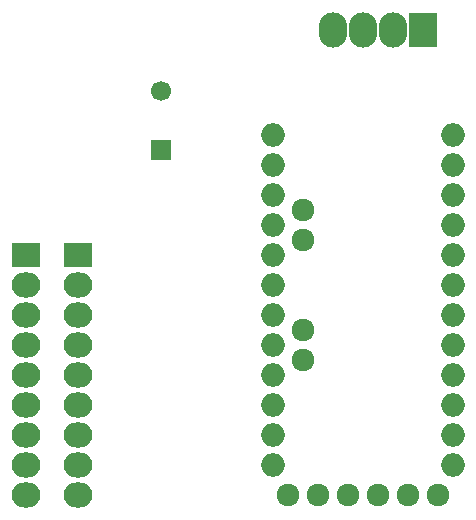
<source format=gbr>
G04 #@! TF.FileFunction,Soldermask,Bot*
%FSLAX46Y46*%
G04 Gerber Fmt 4.6, Leading zero omitted, Abs format (unit mm)*
G04 Created by KiCad (PCBNEW 4.0.2-4+6225~38~ubuntu15.10.1-stable) date Mon 06 Jun 2016 09:20:46 PM EDT*
%MOMM*%
G01*
G04 APERTURE LIST*
%ADD10C,0.100000*%
%ADD11R,1.700000X1.700000*%
%ADD12C,1.700000*%
%ADD13R,2.400000X3.000000*%
%ADD14O,2.400000X3.000000*%
%ADD15R,2.432000X2.127200*%
%ADD16O,2.432000X2.127200*%
%ADD17O,2.000000X2.000000*%
%ADD18C,1.924000*%
G04 APERTURE END LIST*
D10*
D11*
X131445000Y-106045000D03*
D12*
X131445000Y-101045000D03*
D13*
X153670000Y-95885000D03*
D14*
X151130000Y-95885000D03*
X148590000Y-95885000D03*
X146050000Y-95885000D03*
D15*
X124460000Y-114935000D03*
D16*
X124460000Y-117475000D03*
X124460000Y-120015000D03*
X124460000Y-122555000D03*
X124460000Y-125095000D03*
X124460000Y-127635000D03*
X124460000Y-130175000D03*
X124460000Y-132715000D03*
X124460000Y-135255000D03*
D15*
X120015000Y-114935000D03*
D16*
X120015000Y-117475000D03*
X120015000Y-120015000D03*
X120015000Y-122555000D03*
X120015000Y-125095000D03*
X120015000Y-127635000D03*
X120015000Y-130175000D03*
X120015000Y-132715000D03*
X120015000Y-135255000D03*
D17*
X156210000Y-132715000D03*
X156210000Y-130175000D03*
X156210000Y-127635000D03*
X156210000Y-125095000D03*
X156210000Y-122555000D03*
X156210000Y-120015000D03*
X156210000Y-117475000D03*
X156210000Y-114935000D03*
X156210000Y-112395000D03*
X156210000Y-109855000D03*
X156210000Y-107315000D03*
X156210000Y-104775000D03*
X140970000Y-104775000D03*
X140970000Y-107315000D03*
X140970000Y-109855000D03*
X140970000Y-112395000D03*
X140970000Y-114935000D03*
X140970000Y-117475000D03*
X140970000Y-120015000D03*
X140970000Y-122555000D03*
X140970000Y-125095000D03*
X140970000Y-127635000D03*
X140970000Y-130175000D03*
X140970000Y-132715000D03*
D18*
X154940000Y-135255000D03*
X152400000Y-135255000D03*
X149860000Y-135255000D03*
X147320000Y-135255000D03*
X144780000Y-135255000D03*
X142240000Y-135255000D03*
X143510000Y-111125000D03*
X143510000Y-113665000D03*
X143510000Y-121285000D03*
X143510000Y-123825000D03*
M02*

</source>
